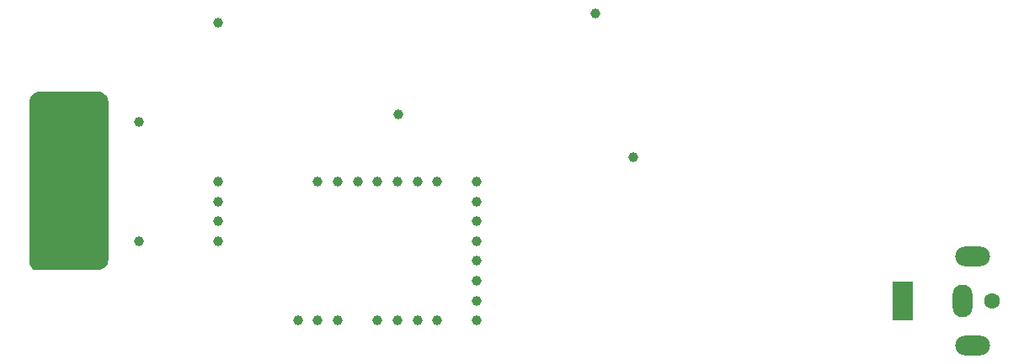
<source format=gbr>
%TF.GenerationSoftware,KiCad,Pcbnew,6.0.11+dfsg-1~bpo11+1*%
%TF.CreationDate,2024-03-27T19:00:15-04:00*%
%TF.ProjectId,Module - Adjustable single rail PSU,4d6f6475-6c65-4202-9d20-41646a757374,1.0.0*%
%TF.SameCoordinates,Original*%
%TF.FileFunction,Soldermask,Bot*%
%TF.FilePolarity,Negative*%
%FSLAX46Y46*%
G04 Gerber Fmt 4.6, Leading zero omitted, Abs format (unit mm)*
G04 Created by KiCad (PCBNEW 6.0.11+dfsg-1~bpo11+1) date 2024-03-27 19:00:15*
%MOMM*%
%LPD*%
G01*
G04 APERTURE LIST*
%ADD10C,1.000000*%
%ADD11C,1.600000*%
%ADD12R,2.000000X4.000000*%
%ADD13O,2.000000X3.300000*%
%ADD14O,3.500000X2.000000*%
G04 APERTURE END LIST*
D10*
%TO.C,TP3*%
X69000000Y-106000000D03*
%TD*%
%TO.C,TP1*%
X61000000Y-94000000D03*
%TD*%
%TO.C,TPc4*%
X89000000Y-114000000D03*
%TD*%
%TO.C,TPb4*%
X95000000Y-108000000D03*
%TD*%
%TO.C,TPa2*%
X81000000Y-100000000D03*
%TD*%
%TO.C,TPc5*%
X91000000Y-114000000D03*
%TD*%
%TO.C,TP20*%
X110700000Y-97536000D03*
%TD*%
%TO.C,TPa4*%
X85000000Y-100000000D03*
%TD*%
%TO.C,TP11*%
X87122000Y-93218000D03*
%TD*%
%TO.C,TP19*%
X81000000Y-114000000D03*
%TD*%
%TO.C,TPb1*%
X95000000Y-102000000D03*
%TD*%
%TO.C,TPc2*%
X85000000Y-114000000D03*
%TD*%
%TO.C,TPa7*%
X91000000Y-100000000D03*
%TD*%
%TO.C,TP2*%
X61000000Y-106000000D03*
%TD*%
%TO.C,TPb5*%
X95000000Y-110000000D03*
%TD*%
%TO.C,TP7*%
X69000000Y-84000000D03*
%TD*%
%TO.C,TP10*%
X106934000Y-83058000D03*
%TD*%
%TO.C,TPa0*%
X79000000Y-114000000D03*
%TD*%
%TO.C,TPa6*%
X89000000Y-100000000D03*
%TD*%
%TO.C,TPa1*%
X79000000Y-100000000D03*
%TD*%
%TO.C,TPb2*%
X95000000Y-104000000D03*
%TD*%
%TO.C,TP6*%
X69000000Y-104000000D03*
%TD*%
%TO.C,TP15*%
X77000000Y-114000000D03*
%TD*%
%TO.C,TPa5*%
X87000000Y-100000000D03*
%TD*%
%TO.C,TPb7*%
X95000000Y-114000000D03*
%TD*%
%TO.C,TPb0*%
X95000000Y-100000000D03*
%TD*%
D11*
%TO.C,J1*%
X146800000Y-112000000D03*
D12*
X137800000Y-112000000D03*
D13*
X143800000Y-112000000D03*
D14*
X144800000Y-116500000D03*
X144800000Y-107500000D03*
%TD*%
D10*
%TO.C,TPb3*%
X95000000Y-106000000D03*
%TD*%
%TO.C,TPc3*%
X87000000Y-114000000D03*
%TD*%
%TO.C,TPa3*%
X83000000Y-100000000D03*
%TD*%
%TO.C,TP4*%
X69000000Y-100000000D03*
%TD*%
%TO.C,TP5*%
X69000000Y-102000000D03*
%TD*%
%TO.C,TPb6*%
X95000000Y-112000000D03*
%TD*%
G36*
X56944163Y-90960607D02*
G01*
X57120737Y-90977998D01*
X57144963Y-90982816D01*
X57308809Y-91032518D01*
X57331629Y-91041971D01*
X57482628Y-91122681D01*
X57503166Y-91136404D01*
X57635515Y-91245020D01*
X57652980Y-91262485D01*
X57761596Y-91394834D01*
X57775319Y-91415372D01*
X57856029Y-91566371D01*
X57865482Y-91589191D01*
X57915184Y-91753037D01*
X57920002Y-91777263D01*
X57937393Y-91953837D01*
X57938000Y-91966187D01*
X57938000Y-107885813D01*
X57937393Y-107898163D01*
X57920002Y-108074737D01*
X57915184Y-108098963D01*
X57865482Y-108262809D01*
X57856029Y-108285629D01*
X57775319Y-108436628D01*
X57761596Y-108457166D01*
X57652980Y-108589515D01*
X57635515Y-108606980D01*
X57503166Y-108715596D01*
X57482628Y-108729319D01*
X57331629Y-108810029D01*
X57308809Y-108819482D01*
X57144963Y-108869184D01*
X57120737Y-108874002D01*
X56944163Y-108891393D01*
X56931813Y-108892000D01*
X50515629Y-108892000D01*
X50450833Y-108874062D01*
X50450311Y-108873749D01*
X50440048Y-108866890D01*
X50430088Y-108859503D01*
X50425214Y-108855700D01*
X50371050Y-108811249D01*
X50366366Y-108807208D01*
X50300884Y-108747858D01*
X50292142Y-108739116D01*
X50234868Y-108675925D01*
X50227022Y-108666365D01*
X50176223Y-108597869D01*
X50169354Y-108587589D01*
X50125508Y-108514437D01*
X50119679Y-108503531D01*
X50083213Y-108426429D01*
X50078482Y-108415006D01*
X50049756Y-108334723D01*
X50046166Y-108322890D01*
X50025442Y-108240153D01*
X50023030Y-108228027D01*
X50010062Y-108140609D01*
X50009305Y-108134471D01*
X50004968Y-108090440D01*
X50004702Y-108087357D01*
X50001432Y-108043019D01*
X50001129Y-108036844D01*
X50000038Y-107992419D01*
X50000000Y-107989326D01*
X50000000Y-92010674D01*
X50000038Y-92007581D01*
X50001129Y-91963156D01*
X50001432Y-91956981D01*
X50004702Y-91912643D01*
X50004968Y-91909560D01*
X50009305Y-91865529D01*
X50010062Y-91859392D01*
X50023029Y-91771976D01*
X50025441Y-91759849D01*
X50046164Y-91677117D01*
X50049753Y-91665284D01*
X50078482Y-91584991D01*
X50083214Y-91573567D01*
X50119679Y-91496468D01*
X50125508Y-91485563D01*
X50169354Y-91412411D01*
X50176223Y-91402131D01*
X50227018Y-91333641D01*
X50234862Y-91324083D01*
X50292140Y-91260885D01*
X50300885Y-91252140D01*
X50364076Y-91194867D01*
X50373635Y-91187022D01*
X50442131Y-91136223D01*
X50452411Y-91129354D01*
X50525563Y-91085508D01*
X50536469Y-91079679D01*
X50613565Y-91043216D01*
X50624988Y-91038485D01*
X50705285Y-91009754D01*
X50717118Y-91006164D01*
X50799849Y-90985441D01*
X50811976Y-90983029D01*
X50899392Y-90970062D01*
X50905529Y-90969305D01*
X50949560Y-90964968D01*
X50952643Y-90964702D01*
X50996981Y-90961432D01*
X51003156Y-90961129D01*
X51047581Y-90960038D01*
X51050674Y-90960000D01*
X56931813Y-90960000D01*
X56944163Y-90960607D01*
G37*
M02*

</source>
